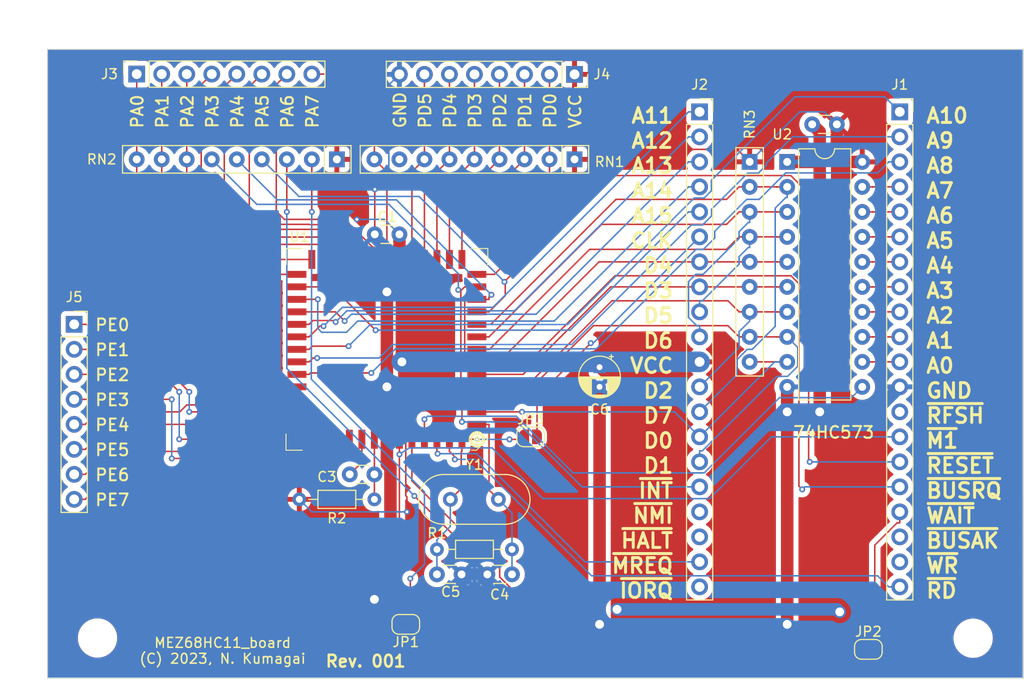
<source format=kicad_pcb>
(kicad_pcb (version 20221018) (generator pcbnew)
  (layers (0 "F.Cu" signal) (31 "B.Cu" signal) (34 "B.Paste" user) (35 "F.Paste" user) (36 "B.SilkS" user "B.Silkscreen") (37 "F.SilkS" user "F.Silkscreen") (38 "B.Mask" user) (39 "F.Mask" user) (44 "Edge.Cuts" user))
  (net 0 "")
  (net 1 "VCC")
  (net 2 "Net-(J5-Pin_1)")
  (net 3 "/A14")
  (net 4 "GND")
  (net 5 "/A15")
  (net 6 "/~{IORQ}")
  (net 7 "/~{MREQ}")
  (net 8 "/CLK")
  (net 9 "/~{RD}")
  (net 10 "/~{BUSRQ}")
  (net 11 "/~{RESET}")
  (net 12 "Net-(J4-Pin_2)")
  (net 13 "/D0")
  (net 14 "/D1")
  (net 15 "/D2")
  (net 16 "/D3")
  (net 17 "/A8")
  (net 18 "/A9")
  (net 19 "/A10")
  (net 20 "/A11")
  (net 21 "/D4")
  (net 22 "/D5")
  (net 23 "/D6")
  (net 24 "/D7")
  (net 25 "/A12")
  (net 26 "/A13")
  (net 27 "/~{WAIT}")
  (net 28 "/~{RFSH}")
  (net 29 "/A0")
  (net 30 "/A1")
  (net 31 "/A2")
  (net 32 "/A3")
  (net 33 "/A4")
  (net 34 "/A5")
  (net 35 "/A6")
  (net 36 "/A7")
  (net 37 "/~{M1}")
  (net 38 "/~{BUSAK}")
  (net 39 "/~{WR}")
  (net 40 "/~{HALT}")
  (net 41 "/~{INT}")
  (net 42 "/~{NMI}")
  (net 43 "Net-(U1-XTAL)")
  (net 44 "Net-(JP3-A)")
  (net 45 "Net-(U1-VRH)")
  (net 46 "Net-(J4-Pin_3)")
  (net 47 "Net-(J4-Pin_4)")
  (net 48 "Net-(J4-Pin_5)")
  (net 49 "Net-(J4-Pin_6)")
  (net 50 "Net-(J4-Pin_7)")
  (net 52 "/PA7")
  (net 53 "Net-(JP1-A)")
  (net 54 "Net-(JP2-A)")
  (net 55 "/PA0")
  (net 56 "/PA1")
  (net 57 "/PA2")
  (net 58 "Net-(U1-AS)")
  (net 59 "Net-(J3-Pin_7)")
  (net 60 "Net-(J3-Pin_6)")
  (net 61 "Net-(J3-Pin_5)")
  (net 62 "Net-(J3-Pin_4)")
  (net 63 "Net-(J5-Pin_5)")
  (net 64 "Net-(J5-Pin_2)")
  (net 65 "Net-(J5-Pin_6)")
  (net 66 "Net-(J5-Pin_3)")
  (net 67 "Net-(J5-Pin_7)")
  (net 68 "Net-(J5-Pin_4)")
  (net 69 "Net-(J5-Pin_8)")
  (net 70 "Net-(U1-VRL)")
  (footprint "Jumper:SolderJumper-2_P1.3mm_Open_RoundedPad1.0x1.5mm" (layer "F.Cu") (at 139.05 127)
    (fp_text reference "JP3")
    (fp_text value "SolderJumper_2_Open")
  )
  (footprint "Resistor_THT:R_Array_SIP9" (layer "F.Cu") (at 143.51 98.806 180)
    (fp_text reference "RN1")
    (fp_text value "10kx8")
  )
  (footprint "Jumper:SolderJumper-2_P1.3mm_Open_RoundedPad1.0x1.5mm" (layer "F.Cu") (at 126.38 146.05 180)
    (fp_text reference "JP1")
    (fp_text value "SolderJumper_2_Open")
  )
  (footprint "Package_LCC:PLCC-52" (layer "F.Cu") (at 124.46 118.11 180)
    (fp_text reference "U1")
    (fp_text value "68HC11_PLCC")
  )
  (footprint "Connector_PinSocket_2.54mm:PinSocket_1x08_P2.54mm_Vertical" (layer "F.Cu") (at 92.71 115.57)
    (fp_text reference "J5")
    (fp_text value "Conn_01x08_Socket")
  )
  (footprint "Connector_PinSocket_2.54mm:PinSocket_1x20_P2.54mm_Vertical" (layer "F.Cu") (at 176.53 93.98)
    (fp_text reference "J1")
    (fp_text value "Conn_01x20_Socket")
  )
  (footprint "Connector_PinSocket_2.54mm:PinSocket_1x08_P2.54mm_Vertical" (layer "F.Cu") (at 99.06 90.145 90)
    (fp_text reference "J3")
    (fp_text value "Conn_01x08_Socket")
  )
  (footprint "Capacitor_THT:C_Disc_D3.0mm_W1.6mm_P2.50mm" (layer "F.Cu") (at 120.69 130.81)
    (fp_text reference "C3")
    (fp_text value "0.1uF")
  )
  (footprint "Resistor_THT:R_Array_SIP9" (layer "F.Cu") (at 119.38 98.806 180)
    (fp_text reference "RN2")
    (fp_text value "10kx8")
  )
  (footprint "Crystal:Crystal_HC49-U_Vertical" (layer "F.Cu") (at 130.9 133.35)
    (fp_text reference "Y1")
    (fp_text value "8MHz")
  )
  (footprint "Jumper:SolderJumper-2_P1.3mm_Open_RoundedPad1.0x1.5mm" (layer "F.Cu") (at 173.34 148.59)
    (fp_text reference "JP2")
    (fp_text value "SolderJumper_2_Open")
  )
  (footprint "MountingHole:MountingHole_3.5mm" (layer "F.Cu") (at 95.08 147.4346)
    (fp_text reference "H2" hide)
    (fp_text value "MountingHole")
  )
  (footprint "Connector_PinSocket_2.54mm:PinSocket_1x20_P2.54mm_Vertical" (layer "F.Cu") (at 156.21 93.98)
    (fp_text reference "J2")
    (fp_text value "Conn_01x20_Socket")
  )
  (footprint "Connector_PinSocket_2.54mm:PinSocket_1x08_P2.54mm_Vertical" (layer "F.Cu") (at 143.51 90.17 -90)
    (fp_text reference "J4")
    (fp_text value "Conn_01x08_Socket")
  )
  (footprint "Capacitor_THT:C_Disc_D3.0mm_W1.6mm_P2.50mm" (layer "F.Cu") (at 137.16 140.97 180)
    (fp_text reference "C4")
    (fp_text value "22pF")
  )
  (footprint "Package_DIP:DIP-20_W7.62mm" (layer "F.Cu") (at 165.1 99.065)
    (fp_text reference "U2")
    (fp_text value "74HC573")
  )
  (footprint "Capacitor_THT:C_Disc_D3.0mm_W1.6mm_P2.50mm" (layer "F.Cu") (at 170.14 95.25 180)
    (fp_text reference "C2" hide)
    (fp_text value "0.1uF")
  )
  (footprint "Capacitor_THT:CP_Radial_D4.0mm_P2.00mm" (layer "F.Cu") (at 146.05 119.92 -90)
    (fp_text reference "C6")
    (fp_text value "10uF")
  )
  (footprint "Resistor_THT:R_Axial_DIN0204_L3.6mm_D1.6mm_P7.62mm_Horizontal" (layer "F.Cu") (at 123.19 133.35 180)
    (fp_text reference "R2")
    (fp_text value "1k")
  )
  (footprint "Resistor_THT:R_Axial_DIN0204_L3.6mm_D1.6mm_P7.62mm_Horizontal" (layer "F.Cu") (at 137.16 138.43 180)
    (fp_text reference "R1")
    (fp_text value "10M")
  )
  (footprint "MountingHole:MountingHole_3.5mm" (layer "F.Cu") (at 183.98 147.46)
    (fp_text reference "H4" hide)
    (fp_text value "MountingHole")
  )
  (footprint "Capacitor_THT:C_Disc_D3.0mm_W1.6mm_P2.50mm" (layer "F.Cu") (at 129.54 140.97)
    (fp_text reference "C5")
    (fp_text value "22pF")
  )
  (footprint "Resistor_THT:R_Array_SIP9" (layer "F.Cu") (at 161.29 99.06 -90)
    (fp_text reference "RN3")
    (fp_text value "10kx8")
  )
  (footprint "Capacitor_THT:C_Disc_D3.0mm_W1.6mm_P2.50mm" (layer "F.Cu") (at 125.73 106.426 180)
    (fp_text reference "C1")
    (fp_text value "0.1uF")
  )
  (gr_circle (center 133.604 127.254) (end 134.112 127) (stroke (width 0.15)) (fill none) (layer "F.SilkS"))
  (gr_circle (center 133.604 127.254) (end 133.858 127.254) (stroke (width 0.15)) (fill none) (layer "F.SilkS"))
  (gr_circle (center 133.604 127.254) (end 134.366 127.254) (stroke (width 0.15)) (fill none) (layer "F.SilkS"))
  (gr_line (start 90 151.511) (end 90 87.63) (stroke (width 0.1)) (layer "Edge.Cuts"))
  (gr_line (start 189.103 87.63) (end 189.103 151.511) (stroke (width 0.1)) (layer "Edge.Cuts"))
  (gr_line (start 189.103 87.63) (end 90 87.63) (stroke (width 0.1)) (layer "Edge.Cuts"))
  (gr_line (start 189.103 151.511) (end 90 151.511) (stroke (width 0.1)) (layer "Edge.Cuts"))
  (gr_text "PA7" (at 117.602 95.758 90) (layer "F.SilkS") (effects (font (size 1.2 1.2) (thickness 0.2) bold) (justify left bottom)))
  (gr_text "D7" (at 153.67 125.73) (layer "F.SilkS") (effects (font (size 1.5 1.5) (thickness 0.3) bold) (justify right bottom)))
  (gr_text "~{BUSRQ}" (at 179.07 133.35) (layer "F.SilkS") (effects (font (size 1.5 1.5) (thickness 0.3) bold) (justify left bottom)))
  (gr_text "A13" (at 153.67 100.33) (layer "F.SilkS") (effects (font (size 1.5 1.5) (thickness 0.3) bold) (justify right bottom)))
  (gr_text "MEZ68HC11_board\n(C) 2023, N. Kumagai" (at 107.78 148.73) (layer "F.SilkS") (effects (font (size 1 1))))
  (gr_text "~{HALT}" (at 153.67 138.43) (layer "F.SilkS") (effects (font (size 1.5 1.5) (thickness 0.3) bold) (justify right bottom)))
  (gr_text "PA5" (at 112.522 95.758 90) (layer "F.SilkS") (effects (font (size 1.2 1.2) (thickness 0.2) bold) (justify left bottom)))
  (gr_text "PE3" (at 94.742 123.952) (layer "F.SilkS") (effects (font (size 1.2 1.2) (thickness 0.2) bold) (justify left bottom)))
  (gr_text "VCC" (at 144.272 95.758 90) (layer "F.SilkS") (effects (font (size 1.2 1.2) (thickness 0.2) bold) (justify left bottom)))
  (gr_text "A4" (at 179.07 110.49) (layer "F.SilkS") (effects (font (size 1.5 1.5) (thickness 0.3) bold) (justify left bottom)))
  (gr_text "~{M1}" (at 179.07 128.27) (layer "F.SilkS") (effects (font (size 1.5 1.5) (thickness 0.3) bold) (justify left bottom)))
  (gr_text "~{INT}" (at 153.67 133.35) (layer "F.SilkS") (effects (font (size 1.5 1.5) (thickness 0.3) bold) (justify right bottom)))
  (gr_text "~{NMI}" (at 153.67 135.89) (layer "F.SilkS") (effects (font (size 1.5 1.5) (thickness 0.3) bold) (justify right bottom)))
  (gr_text "A7" (at 179.07 102.87) (layer "F.SilkS") (effects (font (size 1.5 1.5) (thickness 0.3) bold) (justify left bottom)))
  (gr_text "~{BUSAK}" (at 179.07 138.43) (layer "F.SilkS") (effects (font (size 1.5 1.5) (thickness 0.3) bold) (justify left bottom)))
  (gr_text "PE6" (at 94.742 131.572) (layer "F.SilkS") (effects (font (size 1.2 1.2) (thickness 0.2) bold) (justify left bottom)))
  (gr_text "PA1" (at 102.362 95.758 90) (layer "F.SilkS") (effects (font (size 1.2 1.2) (thickness 0.2) bold) (justify left bottom)))
  (gr_text "VCC" (at 153.67 120.65) (layer "F.SilkS") (effects (font (size 1.5 1.5) (thickness 0.3) bold) (justify right bottom)))
  (gr_text "PA6" (at 115.062 95.758 90) (layer "F.SilkS") (effects (font (size 1.2 1.2) (thickness 0.2) bold) (justify left bottom)))
  (gr_text "D0" (at 153.67 128.27) (layer "F.SilkS") (effects (font (size 1.5 1.5) (thickness 0.3) bold) (justify right bottom)))
  (gr_text "~{WAIT}" (at 179.07 135.89) (layer "F.SilkS") (effects (font (size 1.5 1.5) (thickness 0.3) bold) (justify left bottom)))
  (gr_text "A0" (at 179.07 120.65) (layer "F.SilkS") (effects (font (size 1.5 1.5) (thickness 0.3) bold) (justify left bottom)))
  (gr_text "Rev. 001" (at 118.11 150.495) (layer "F.SilkS") (effects (font (size 1.2 1.2) (thickness 0.25) bold) (justify left bottom)))
  (gr_text "PD1" (at 139.192 95.758 90) (layer "F.SilkS") (effects (font (size 1.2 1.2) (thickness 0.2) bold) (justify left bottom)))
  (gr_text "PA4" (at 109.982 95.758 90) (layer "F.SilkS") (effects (font (size 1.2 1.2) (thickness 0.2) bold) (justify left bottom)))
  (gr_text "74HC573" (at 165.608 127.254) (layer "F.SilkS") (effects (font (size 1.2 1.2) (thickness 0.2) bold) (justify left bottom)))
  (gr_text "PA3" (at 107.442 95.758 90) (layer "F.SilkS") (effects (font (size 1.2 1.2) (thickness 0.2) bold) (justify left bottom)))
  (gr_text "~{RFSH}" (at 179.07 125.73) (layer "F.SilkS") (effects (font (size 1.5 1.5) (thickness 0.3) bold) (justify left bottom)))
  (gr_text "D5" (at 153.67 115.57) (layer "F.SilkS") (effects (font (size 1.5 1.5) (thickness 0.3) bold) (justify right bottom)))
  (gr_text "A12" (at 153.67 97.79) (layer "F.SilkS") (effects (font (size 1.5 1.5) (thickness 0.3) bold) (justify right bottom)))
  (gr_text "PE2" (at 94.742 121.412) (layer "F.SilkS") (effects (font (size 1.2 1.2) (thickness 0.2) bold) (justify left bottom)))
  (gr_text "A8" (at 179.07 100.33) (layer "F.SilkS") (effects (font (size 1.5 1.5) (thickness 0.3) bold) (justify left bottom)))
  (gr_text "~{WR}" (at 179.07 140.97) (layer "F.SilkS") (effects (font (size 1.5 1.5) (thickness 0.3) bold) (justify left bottom)))
  (gr_text "D2" (at 153.67 123.19) (layer "F.SilkS") (effects (font (size 1.5 1.5) (thickness 0.3) bold) (justify right bottom)))
  (gr_text "A14" (at 153.67 102.87) (layer "F.SilkS") (effects (font (size 1.5 1.5) (thickness 0.3) bold) (justify right bottom)))
  (gr_text "A6" (at 179.07 105.41) (layer "F.SilkS") (effects (font (size 1.5 1.5) (thickness 0.3) bold) (justify left bottom)))
  (gr_text "A2" (at 179.07 115.57) (layer "F.SilkS") (effects (font (size 1.5 1.5) (thickness 0.3) bold) (justify left bottom)))
  (gr_text "A9" (at 179.07 97.79) (layer "F.SilkS") (effects (font (size 1.5 1.5) (thickness 0.3) bold) (justify left bottom)))
  (gr_text "PD2" (at 136.652 95.758 90) (layer "F.SilkS") (effects (font (size 1.2 1.2) (thickness 0.2) bold) (justify left bottom)))
  (gr_text "PD3" (at 134.112 95.758 90) (layer "F.SilkS") (effects (font (size 1.2 1.2) (thickness 0.2) bold) (justify left bottom)))
  (gr_text "~{MREQ}" (at 153.67 140.97) (layer "F.SilkS") (effects (font (size 1.5 1.5) (thickness 0.3) bold) (justify right bottom)))
  (gr_text "A10" (at 179.07 95.25) (layer "F.SilkS") (effects (font (size 1.5 1.5) (thickness 0.3) bold) (justify left bottom)))
  (gr_text "PD4" (at 131.572 95.758 90) (layer "F.SilkS") (effects (font (size 1.2 1.2) (thickness 0.2) bold) (justify left bottom)))
  (gr_text "GND" (at 179.07 123.19) (layer "F.SilkS") (effects (font (size 1.5 1.5) (thickness 0.3) bold) (justify left bottom)))
  (gr_text "D1" (at 153.67 130.81) (layer "F.SilkS") (effects (font (size 1.5 1.5) (thickness 0.3) bold) (justify right bottom)))
  (gr_text "~{RD}" (at 179.07 143.51) (layer "F.SilkS") (effects (font (size 1.5 1.5) (thickness 0.3) bold) (justify left bottom)))
  (gr_text "PD0" (at 141.732 95.758 90) (layer "F.SilkS") (effects (font (size 1.2 1.2) (thickness 0.2) bold) (justify left bottom)))
  (gr_text "A11" (at 153.67 95.25) (layer "F.SilkS") (effects (font (size 1.5 1.5) (thickness 0.3) bold) (justify right bottom)))
  (gr_text "D6" (at 153.67 118.11) (layer "F.SilkS") (effects (font (size 1.5 1.5) (thickness 0.3) bold) (justify right bottom)))
  (gr_text "PE5" (at 94.742 129.032) (layer "F.SilkS") (effects (font (size 1.2 1.2) (thickness 0.2) bold) (justify left bottom)))
  (gr_text "~{RESET}" (at 179.07 130.81) (layer "F.SilkS") (effects (font (size 1.5 1.5) (thickness 0.3) bold) (justify left bottom)))
  (gr_text "PD5" (at 129.032 95.758 90) (layer "F.SilkS") (effects (font (size 1.2 1.2) (thickness 0.2) bold) (justify left bottom)))
  (gr_text "PE1" (at 94.742 118.872) (layer "F.SilkS") (effects (font (size 1.2 1.2) (thickness 0.2) bold) (justify left bottom)))
  (gr_text "PE4" (at 94.742 126.492) (layer "F.SilkS") (effects (font (size 1.2 1.2) (thickness 0.2) bold) (justify left bottom)))
  (gr_text "A5" (at 179.07 107.95) (layer "F.SilkS") (effects (font (size 1.5 1.5) (thickness 0.3) bold) (justify left bottom)))
  (gr_text "CLK" (at 153.67 107.95) (layer "F.SilkS") (effects (font (size 1.5 1.5) (thickness 0.3) bold) (justify right bottom)))
  (gr_text "PA2" (at 104.902 95.758 90) (layer "F.SilkS") (effects (font (size 1.2 1.2) (thickness 0.2) bold) (justify left bottom)))
  (gr_text "GND" (at 126.492 95.758 90) (layer "F.SilkS") (effects (font (size 1.2 1.2) (thickness 0.2) bold) (justify left bottom)))
  (gr_text "PE0" (at 94.742 116.332) (layer "F.SilkS") (effects (font (size 1.2 1.2) (thickness 0.2) bold) (justify left bottom)))
  (gr_text "~{IORQ}" (at 153.67 143.51) (layer "F.SilkS") (effects (font (size 1.5 1.5) (thickness 0.3) bold) (justify right bottom)))
  (gr_text "A1" (at 179.07 118.11) (layer "F.SilkS") (effects (font (size 1.5 1.5) (thickness 0.3) bold) (justify left bottom)))
  (gr_text "A3" (at 179.07 113.03) (layer "F.SilkS") (effects (font (size 1.5 1.5) (thickness 0.3) bold) (justify left bottom)))
  (gr_text "D3" (at 153.67 113.03) (layer "F.SilkS") (effects (font (size 1.5 1.5) (thickness 0.3) bold) (justify right bottom)))
  (gr_text "A15" (at 153.67 105.41) (layer "F.SilkS") (effects (font (size 1.5 1.5) (thickness 0.3) bold) (justify right bottom)))
  (gr_text "PA0" (at 99.822 95.758 90) (layer "F.SilkS") (effects (font (size 1.2 1.2) (thickness 0.2) bold) (justify left bottom)))
  (gr_text "D4" (at 153.67 110.49) (layer "F.SilkS") (effects (font (size 1.5 1.5) (thickness 0.3) bold) (justify right bottom)))
  (gr_text "PE7" (at 94.742 134.112) (layer "F.SilkS") (effects (font (size 1.2 1.2) (thickness 0.2) bold) (justify left bottom)))
  (segment (start 170.439 99.065) (end 170.434 99.06) (width 1.27) (layer "F.Cu") (net 1))
  (segment (start 126.492 134.62) (end 126.492 133.096) (width 0.1524) (layer "F.Cu") (net 1))
  (segment (start 126.492 133.096) (end 126.379 132.983) (width 0.1524) (layer "F.Cu") (net 1))
  (segment (start 126.379 132.983) (end 126.379 119.775) (width 0.1524) (layer "F.Cu") (net 1))
  (segment (start 146.05 119.92) (end 146.122 119.92) (width 1.27) (layer "F.Cu") (net 1))
  (segment (start 143.51 90.17) (end 143.51 93.98) (width 0.1524) (layer "F.Cu") (net 1))
  (segment (start 152.908 98.806) (end 153.924 97.79) (width 0.1524) (layer "F.Cu") (net 1))
  (segment (start 170.434 99.06) (end 170.14 98.766) (width 1.27) (layer "F.Cu") (net 1))
  (segment (start 170.14 98.766) (end 170.14 95.25) (width 1.27) (layer "F.Cu") (net 1))
  (segment (start 143.51 98.806) (end 152.908 98.806) (width 0.1524) (layer "F.Cu") (net 1))
  (segment (start 143.51 90.17) (end 143.51 98.806) (width 0.1524) (layer "F.Cu") (net 1))
  (segment (start 160.02 97.79) (end 161.29 99.06) (width 0.1524) (layer "F.Cu") (net 1))
  (segment (start 121.412 104.902) (end 119.38 102.87) (width 0.1524) (layer "F.Cu") (net 1))
  (segment (start 147.828 121.626) (end 147.828 144.526) (width 1.27) (layer "F.Cu") (net 1))
  (segment (start 170.434 144.78) (end 170.434 99.06) (width 1.27) (layer "F.Cu") (net 1))
  (segment (start 126.379 119.775) (end 125.984 119.38) (width 0.1524) (layer "F.Cu") (net 1))
  (segment (start 153.924 97.79) (end 160.02 97.79) (width 0.1524) (layer "F.Cu") (net 1))
  (segment (start 170.439 99.065) (end 172.72 99.065) (width 1.27) (layer "F.Cu") (net 1))
  (segment (start 125.73 108.9775) (end 125.73 110.744) (width 1.27) (layer "F.Cu") (net 1))
  (segment (start 125.73 106.426) (end 125.73 108.9775) (width 1.27) (layer "F.Cu") (net 1))
  (segment (start 119.38 102.87) (end 119.38 98.806) (width 0.1524) (layer "F.Cu") (net 1))
  (segment (start 125.73 110.744) (end 125.984 110.998) (width 1.27) (layer "F.Cu") (net 1))
  (segment (start 146.122 119.92) (end 147.828 121.626) (width 1.27) (layer "F.Cu") (net 1))
  (segment (start 170.434 99.06) (end 170.439 99.065) (width 1.27) (layer "F.Cu") (net 1))
  (segment (start 125.984 110.998) (end 125.984 119.38) (width 1.27) (layer "F.Cu") (net 1))
  (via (at 125.984 119.38) (size 1.27) (drill 0.9) (layers "F.Cu" "B.Cu") (net 1))
  (via (at 121.412 104.902) (size 0.6) (drill 0.3) (layers "F.Cu" "B.Cu") (net 1))
  (via (at 126.492 134.62) (size 0.6) (drill 0.3) (layers "F.Cu" "B.Cu") (net 1))
  (via (at 147.828 144.526) (size 1.27) (drill 0.9) (layers "F.Cu" "B.Cu") (net 1))
  (via (at 170.434 144.78) (size 1.27) (drill 0.9) (layers "F.Cu" "B.Cu") (net 1))
  (segment (start 116.84 134.62) (end 115.57 133.35) (width 0.1524) (layer "B.Cu") (net 1))
  (segment (start 161.29 99.06) (end 166.37 93.98) (width 0.1524) (layer "B.Cu") (net 1))
  (segment (start 124.206 104.902) (end 125.73 106.426) (width 0.1524) (layer "B.Cu") (net 1))
  (segment (start 121.412 104.902) (end 124.206 104.902) (width 0.1524) (layer "B.Cu") (net 1))
  (segment (start 166.37 93.98) (end 168.87 93.98) (width 0.1524) (layer "B.Cu") (net 1))
  (segment (start 147.828 144.526) (end 170.18 144.526) (width 1.27) (layer "B.Cu") (net 1))
  (segment (start 156.21 119.38) (end 125.984 119.38) (width 2.1) (layer "B.Cu") (net 1))
  (segment (start 126.492 134.62) (end 116.84 134.62) (width 0.1524) (layer "B.Cu") (net 1))
  (segment (start 170.18 144.526) (end 170.434 144.78) (width 1.27) (layer "B.Cu") (net 1))
  (segment (start 168.87 93.98) (end 170.14 95.25) (width 0.1524) (layer "B.Cu") (net 1))
  (segment (start 105.156 121.92) (end 115.3275 121.92) (width 0.1524) (layer "F.Cu") (net 2))
  (segment (start 98.806 115.57) (end 105.156 121.92) (width 0.1524) (layer "F.Cu") (net 2))
  (segment (start 92.71 115.57) (end 98.806 115.57) (width 0.1524) (layer "F.Cu") (net 2))
  (segment (start 116.563 113.03) (end 115.328 113.03) (width 0.1524) (layer "F.Cu") (net 3))
  (segment (start 117.442 113.026) (end 116.567 113.026) (width 0.1524) (layer "F.Cu") (net 3))
  (segment (start 115.328 113.03) (end 115.3275 113.03) (width 0.1524) (layer "F.Cu") (net 3))
  (segment (start 116.567 113.026) (end 116.563 113.03) (width 0.1524) (layer "F.Cu") (net 3))
  (via (at 117.442 113.026) (size 0.6) (drill 0.3) (layers "F.Cu" "B.Cu") (net 3))
  (segment (start 156.21 101.6) (end 155.087 101.6) (width 0.1524) (layer "B.Cu") (net 3))
  (segment (start 141.45 115.236) (end 121.492 115.236) (width 0.1524) (layer "B.Cu") (net 3))
  (segment (start 117.84 116.375) (end 117.442 115.978) (width 0.1524) (layer "B.Cu") (net 3))
  (segment (start 121.492 115.236) (end 120.353 116.375) (width 0.1524) (layer "B.Cu") (net 3))
  (segment (start 155.087 101.6) (end 141.45 115.236) (width 0.1524) (layer "B.Cu") (net 3))
  (segment (start 120.353 116.375) (end 117.84 116.375) (width 0.1524) (layer "B.Cu") (net 3))
  (segment (start 117.442 115.978) (end 117.442 113.026) (width 0.1524) (layer "B.Cu") (net 3))
  (segment (start 124.82 130.135) (end 124.82 136.546) (width 1.27) (layer "F.Cu") (net 4))
  (segment (start 124.82 136.546) (end 123.19 138.176) (width 1.27) (layer "F.Cu") (net 4))
  (segment (start 124.46 121.92) (end 124.46 127.2425) (width 1.27) (layer "F.Cu") (net 4))
  (segment (start 124.46 127.2425) (end 124.46 129.775) (width 1.27) (layer "F.Cu") (net 4))
  (segment (start 146.05 121.92) (end 146.05 146.05) (width 1.27) (layer "F.Cu") (net 4))
  (segment (start 165.1 121.925) (end 165.1 124.46) (width 1.27) (layer "F.Cu") (net 4))
  (segment (start 168.402 124.46) (end 168.402 99.06) (width 1.27) (layer "F.Cu") (net 4))
  (segment (start 168.397 99.065) (end 165.1 99.065) (width 1.27) (layer "F.Cu") (net 4))
  (segment (start 168.402 99.06) (end 168.402 96.012) (width 1.27) (layer "F.Cu") (net 4))
  (segment (start 123.19 138.176) (end 123.19 143.51) (width 1.27) (layer "F.Cu") (net 4))
  (segment (start 168.402 99.06) (end 168.397 99.065) (width 1.27) (layer "F.Cu") (net 4))
  (segment (start 124.46 121.92) (end 124.46 112.268) (width 1.27) (layer "F.Cu") (net 4))
  (segment (start 123.23 101.854) (end 123.23 106.426) (width 0.1524) (layer "F.Cu") (net 4))
  (segment (start 124.46 129.775) (end 124.82 130.135) (width 1.27) (layer "F.Cu") (net 4))
  (segment (start 168.402 96.012) (end 167.64 95.25) (width 1.27) (layer "F.Cu") (net 4))
  (segment (start 165.1 124.46) (end 165.1 146.05) (width 1.27) (layer "F.Cu") (net 4))
  (via (at 168.402 124.46) (size 1.27) (drill 0.9) (layers "F.Cu" "B.Cu") (net 4))
  (via (at 123.19 143.51) (size 1.27) (drill 0.9) (layers "F.Cu" "B.Cu") (net 4))
  (via (at 124.46 112.268) (size 1.27) (drill 0.9) (layers "F.Cu" "B.Cu") (net 4))
  (via (at 123.23 101.854) (size 0.6) (drill 0.3) (layers "F.Cu" "B.Cu") (net 4))
  (via (at 146.05 146.05) (size 1.27) (drill 0.9) (layers "F.Cu" "B.Cu") (net 4))
  (via (at 165.1 146.05) (size 1.27) (drill 0.9) (layers "F.Cu" "B.Cu") (net 4))
  (via (at 124.46 121.92) (size 1.27) (drill 0.9) (layers "F.Cu" "B.Cu") (net 4))
  (via (at 165.1 124.46) (size 1.27) (drill 0.9) (layers "F.Cu" "B.Cu") (net 4))
  (segment (start 168.402 124.46) (end 165.1 124.46) (width 1.27) (layer "B.Cu") (net 4))
  (segment (start 124.659 100.425) (end 123.23 101.854) (width 0.1524) (layer "B.Cu") (net 4))
  (segment (start 123.23 143.47) (end 123.19 143.51) (width 1.27) (layer "B.Cu") (net 4))
  (segment (start 176.53 121.92) (end 173.99 124.46) (width 1.27) (layer "B.Cu") (net 4))
  (segment (start 124.659 91.2412) (end 124.659 100.425) (width 0.1524) (layer "B.Cu") (net 4))
  (segment (start 134.66 146.01) (end 134.66 140.97) (width 1.27) (layer "B.Cu") (net 4))
  (segment (start 134.66 140.97) (end 132.04 140.97) (width 1.27) (layer "B.Cu") (net 4))
  (segment (start 134.62 146.05) (end 134.66 146.01) (width 1.27) (layer "B.Cu") (net 4))
  (segment (start 132.04 143.47) (end 123.23 143.47) (width 1.27) (layer "B.Cu") (net 4))
  (segment (start 165.1 146.05) (end 146.05 146.05) (width 1.27) (layer "B.Cu") (net 4))
  (segment (start 125.73 90.17) (end 124.659 91.2412) (width 0.1524) (layer "B.Cu") (net 4))
  (segment (start 132.04 140.97) (end 132.04 143.47) (width 1.27) (layer "B.Cu") (net 4))
  (segment (start 173.99 124.46) (end 168.402 124.46) (width 1.27) (layer "B.Cu") (net 4))
  (segment (start 123.19 106.68) (end 123.23 106.64) (width 1.27) (layer "B.Cu") (net 4))
  (segment (start 123.23 106.64) (end 123.23 106.426) (width 1.27) (layer "B.Cu") (net 4))
  (segment (start 146.05 146.05) (end 134.62 146.05) (width 1.27) (layer "B.Cu") (net 4))
  (segment (start 124.46 107.95) (end 123.19 106.68) (width 1.27) (layer "B.Cu") (net 4))
  (segment (start 124.46 112.268) (end 124.46 107.95) (width 1.27) (layer "B.Cu") (net 4))
  (segment (start 146.05 121.92) (end 124.46 121.92) (width 1.27) (layer "B.Cu") (net 4))
  (segment (start 115.328 111.76) (end 115.3275 111.76) (width 0.1524) (layer "F.Cu") (net 5))
  (segment (start 115.328 111.76) (end 118.911 111.76) (width 0.1524) (layer "F.Cu") (net 5))
  (segment (start 118.911 111.76) (end 123.311 116.16) (width 0.1524) (layer "F.Cu") (net 5))
  (via (at 123.311 116.16) (size 0.6) (drill 0.3) (layers "F.Cu" "B.Cu") (net 5))
  (segment (start 143.066 116.16) (end 123.311 116.16) (width 0.1524) (layer "B.Cu") (net 5))
  (segment (start 156.21 104.14) (end 155.087 104.14) (width 0.1524) (layer "B.Cu") (net 5))
  (segment (start 155.087 104.14) (end 143.066 116.16) (width 0.1524) (layer "B.Cu") (net 5))
  (segment (start 129.54 127.2425) (end 129.54 128.641) (width 0.1524) (layer "F.Cu") (net 7))
  (segment (start 129.54 128.641) (end 129.61 128.711) (width 0.1524) (layer "F.Cu") (net 7))
  (via (at 129.61 128.711) (size 0.6) (drill 0.3) (layers "F.Cu" "B.Cu") (net 7))
  (segment (start 129.61 128.711) (end 133.57 128.711) (width 0.1524) (layer "B.Cu") (net 7))
  (segment (start 144.558 139.7) (end 156.21 139.7) (width 0.1524) (layer "B.Cu") (net 7))
  (segment (start 133.57 128.711) (end 144.558 139.7) (width 0.1524) (layer "B.Cu") (net 7))
  (segment (start 139.7 127) (end 139.7 122.933) (width 0.1524) (layer "F.Cu") (net 8))
  (segment (start 139.7 122.933) (end 139.826 122.808) (width 0.1524) (layer "F.Cu") (net 8))
  (segment (start 139.826 122.808) (end 145.155 117.479) (width 0.1524) (layer "F.Cu") (net 8))
  (via (at 145.155 117.479) (size 0.6) (drill 0.3) (layers "F.Cu" "B.Cu") (net 8))
  (segment (start 145.411 117.479) (end 145.155 117.479) (width 0.1524) (layer "B.Cu") (net 8))
  (segment (start 156.21 106.68) (end 145.411 117.479) (width 0.1524) (layer "B.Cu") (net 8))
  (segment (start 131.36 129.029) (end 130.81 128.478) (width 0.1524) (layer "F.Cu") (net 9))
  (segment (start 131.36 129.287) (end 131.36 129.029) (width 0.1524) (layer "F.Cu") (net 9))
  (segment (start 130.81 128.478) (end 130.81 127.2425) (width 0.1524) (layer "F.Cu") (net 9))
  (via (at 131.36 129.287) (size 0.6) (drill 0.3) (layers "F.Cu" "B.Cu") (net 9))
  (segment (start 175.407 142.24) (end 174.284 141.117) (width 0.1524) (layer "B.Cu") (net 9))
  (segment (start 176.53 142.24) (end 175.407 142.24) (width 0.1524) (layer "B.Cu") (net 9))
  (segment (start 174.284 141.117) (end 145.236 141.117) (width 0.1524) (layer "B.Cu") (net 9))
  (segment (start 133.406 129.287) (end 131.36 129.287) (width 0.1524) (layer "B.Cu") (net 9))
  (segment (start 145.236 141.117) (end 133.406 129.287) (width 0.1524) (layer "B.Cu") (net 9))
  (segment (start 132.51 120.003) (end 132.357 119.85) (width 0.1524) (layer "F.Cu") (net 10))
  (segment (start 166.293 111.439) (end 165.489 110.635) (width 0.1524) (layer "F.Cu") (net 10))
  (segment (start 133.5925 113.03) (end 134.828 113.03) (width 0.1524) (layer "F.Cu") (net 10))
  (segment (start 134.828 113.03) (end 134.828 112.811) (width 0.1524) (layer "F.Cu") (net 10))
  (segment (start 165.489 110.635) (end 147.614 110.635) (width 0.1524) (layer "F.Cu") (net 10))
  (segment (start 132.357 113.03) (end 133.5925 113.03) (width 0.1524) (layer "F.Cu") (net 10))
  (segment (start 132.357 119.85) (end 132.357 113.03) (width 0.1524) (layer "F.Cu") (net 10))
  (segment (start 147.614 110.635) (end 138.246 120.003) (width 0.1524) (layer "F.Cu") (net 10))
  (segment (start 166.293 132.003) (end 166.293 111.439) (width 0.1524) (layer "F.Cu") (net 10))
  (segment (start 166.624 132.334) (end 166.293 132.003) (width 0.1524) (layer "F.Cu") (net 10))
  (segment (start 134.828 112.811) (end 135.073 112.566) (width 0.1524) (layer "F.Cu") (net 10))
  (segment (start 138.246 120.003) (end 132.51 120.003) (width 0.1524) (layer "F.Cu") (net 10))
  (via (at 135.073 112.566) (size 0.6) (drill 0.3) (layers "F.Cu" "B.Cu") (net 10))
  (via (at 166.624 132.334) (size 0.6) (drill 0.3) (layers "F.Cu" "B.Cu") (net 10))
  (segment (start 166.878 132.08) (end 176.53 132.08) (width 0.1524) (layer "B.Cu") (net 10))
  (segment (start 135.073 112.566) (end 126.188527 103.681473) (width 0.1524) (layer "B.Cu") (net 10))
  (segment (start 125.426527 102.919473) (end 126.188527 103.681473) (width 0.1524) (layer "B.Cu") (net 10))
  (segment (start 166.624 132.334) (end 166.878 132.08) (width 0.1524) (layer "B.Cu") (net 10))
  (segment (start 109.22 98.806) (end 113.333473 102.919473) (width 0.1524) (layer "B.Cu") (net 10))
  (segment (start 113.333473 102.919473) (end 125.426527 102.919473) (width 0.1524) (layer "B.Cu") (net 10))
  (segment (start 165.465 100.452) (end 147.172 100.452) (width 0.1524) (layer "F.Cu") (net 11))
  (segment (start 167.278 102.265) (end 165.465 100.452) (width 0.1524) (layer "F.Cu") (net 11))
  (segment (start 136.476 112.652) (end 134.828 114.3) (width 0.1524) (layer "F.Cu") (net 11))
  (segment (start 134.828 114.3) (end 133.5925 114.3) (width 0.1524) (layer "F.Cu") (net 11))
  (segment (start 167.386 129.54) (end 167.278 129.432) (width 0.1524) (layer "F.Cu") (net 11))
  (segment (start 167.278 129.432) (end 167.278 102.265) (width 0.1524) (layer "F.Cu") (net 11))
  (segment (start 136.476 111.148) (end 136.476 112.652) (width 0.1524) (layer "F.Cu") (net 11))
  (segment (start 147.172 100.452) (end 136.476 111.148) (width 0.1524) (layer "F.Cu") (net 11))
  (via (at 167.386 129.54) (size 0.6) (drill 0.3) (layers "F.Cu" "B.Cu") (net 11))
  (via (at 136.398 111.252) (size 0.6) (drill 0.3) (layers "F.Cu" "B.Cu") (net 11))
  (segment (start 111.76 98.806) (end 115.526073 102.572073) (width 0.1524) (layer "B.Cu") (net 11))
  (segment (start 127.718073 102.572073) (end 136.398 111.252) (width 0.1524) (layer "B.Cu") (net 11))
  (segment (start 167.386 129.54) (end 176.53 129.54) (width 0.1524) (layer "B.Cu") (net 11))
  (segment (start 115.526073 102.572073) (end 127.718073 102.572073) (width 0.1524) (layer "B.Cu") (net 11))
  (segment (start 140.97 90.17) (end 140.97 98.806) (width 0.1524) (layer "F.Cu") (net 12))
  (segment (start 135.382 110.49) (end 133.5925 110.49) (width 0.1524) (layer "F.Cu") (net 12))
  (segment (start 140.97 98.806) (end 140.97 104.902) (width 0.1524) (layer "F.Cu") (net 12))
  (segment (start 140.97 104.902) (end 135.382 110.49) (width 0.1524) (layer "F.Cu") (net 12))
  (segment (start 138.176 124.46) (end 133.5925 124.46) (width 0.1524) (layer "F.Cu") (net 13))
  (segment (start 165.1 119.385) (end 164.027 119.385) (width 0.1524) (layer "F.Cu") (net 13))
  (segment (start 164.027 119.385) (end 164.022 119.38) (width 0.1524) (layer "F.Cu") (net 13))
  (segment (start 164.022 119.38) (end 161.29 119.38) (width 0.1524) (layer "F.Cu") (net 13))
  (via (at 138.176 124.46) (size 0.6) (drill 0.3) (layers "F.Cu" "B.Cu") (net 13))
  (segment (start 153.67 124.46) (end 156.21 127) (width 0.1524) (layer "B.Cu") (net 13))
  (segment (start 146.558 124.46) (end 138.176 124.46) (width 0.1524) (layer "B.Cu") (net 13))
  (segment (start 163.825 119.385) (end 165.1 119.385) (width 0.1524) (layer "B.Cu") (net 13))
  (segment (start 156.21 127) (end 163.825 119.385) (width 0.1524) (layer "B.Cu") (net 13))
  (segment (start 146.558 124.46) (end 153.67 124.46) (width 0.1524) (layer "B.Cu") (net 13))
  (segment (start 160.217 116.84) (end 159.082 115.705) (width 0.1524) (layer "F.Cu") (net 14))
  (segment (start 164.027 116.845) (end 164.022 116.84) (width 0.1524) (layer "F.Cu") (net 14))
  (segment (start 145.431 115.705) (end 137.946 123.19) (width 0.1524) (layer "F.Cu") (net 14))
  (segment (start 159.082 115.705) (end 145.431 115.705) (width 0.1524) (layer "F.Cu") (net 14))
  (segment (start 164.022 116.84) (end 161.29 116.84) (width 0.1524) (layer "F.Cu") (net 14))
  (segment (start 137.946 123.19) (end 133.5925 123.19) (width 0.1524) (layer "F.Cu") (net 14))
  (segment (start 165.1 116.845) (end 164.027 116.845) (width 0.1524) (layer "F.Cu") (net 14))
  (segment (start 161.29 116.84) (end 160.217 116.84) (width 0.1524) (layer "F.Cu") (net 14))
  (segment (start 164.051 120.854) (end 165.146 120.854) (width 0.1524) (layer "B.Cu") (net 14))
  (segment (start 156.21 129.54) (end 156.21 128.417) (width 0.1524) (layer "B.Cu") (net 14))
  (segment (start 166.171 117.916) (end 165.1 116.845) (width 0.1524) (layer "B.Cu") (net 14))
  (segment (start 166.171 119.829) (end 166.171 117.916) (width 0.1524) (layer "B.Cu") (net 14))
  (segment (start 156.21 128.417) (end 156.489 128.417) (width 0.1524) (layer "B.Cu") (net 14))
  (segment (start 156.489 128.417) (end 164.051 120.854) (width 0.1524) (layer "B.Cu") (net 14))
  (segment (start 165.146 120.854) (end 166.171 119.829) (width 0.1524) (layer "B.Cu") (net 14))
  (segment (start 164.022 114.3) (end 161.29 114.3) (width 0.1524) (layer "F.Cu") (net 15))
  (segment (start 161.29 114.3) (end 160.217 114.3) (width 0.1524) (layer "F.Cu") (net 15))
  (segment (start 165.1 114.305) (end 164.027 114.305) (width 0.1524) (layer "F.Cu") (net 15))
  (segment (start 147.313 113.175) (end 138.568 121.92) (width 0.1524) (layer "F.Cu") (net 15))
  (segment (start 160.217 114.3) (end 159.092 113.175) (width 0.1524) (layer "F.Cu") (net 15))
  (segment (start 159.092 113.175) (end 147.313 113.175) (width 0.1524) (layer "F.Cu") (net 15))
  (segment (start 164.027 114.305) (end 164.022 114.3) (width 0.1524) (layer "F.Cu") (net 15))
  (segment (start 138.568 121.92) (end 133.5925 121.92) (width 0.1524) (layer "F.Cu") (net 15))
  (segment (start 160.217 117.913) (end 160.217 116.312) (width 0.1524) (layer "B.Cu") (net 15))
  (segment (start 160.217 116.312) (end 161.29 115.239) (width 0.1524) (layer "B.Cu") (net 15))
  (segment (start 161.29 115.239) (end 161.29 114.3) (width 0.1524) (layer "B.Cu") (net 15))
  (segment (start 156.21 121.92) (end 160.217 117.913) (width 0.1524) (layer "B.Cu") (net 15))
  (segment (start 133.5925 120.65) (end 138.294 120.65) (width 0.1524) (layer "F.Cu") (net 16))
  (segment (start 156.21 111.76) (end 161.29 111.76) (width 0.1524) (layer "F.Cu") (net 16))
  (segment (start 161.29 111.76) (end 164.022 111.76) (width 0.1524) (layer "F.Cu") (net 16))
  (segment (start 138.294 120.65) (end 147.184 111.76) (width 0.1524) (layer "F.Cu") (net 16))
  (segment (start 147.184 111.76) (end 156.21 111.76) (width 0.1524) (layer "F.Cu") (net 16))
  (segment (start 164.027 111.765) (end 165.1 111.765) (width 0.1524) (layer "F.Cu") (net 16))
  (segment (start 164.022 111.76) (end 164.027 111.765) (width 0.1524) (layer "F.Cu") (net 16))
  (segment (start 116.703 120.51) (end 122.876 120.51) (width 0.1524) (layer "F.Cu") (net 17))
  (segment (start 115.328 120.65) (end 116.563 120.65) (width 0.1524) (layer "F.Cu") (net 17))
  (segment (start 116.563 120.65) (end 116.703 120.51) (width 0.1524) (layer "F.Cu") (net 17))
  (segment (start 115.328 120.65) (end 115.3275 120.65) (width 0.1524) (layer "F.Cu") (net 17))
  (via (at 122.876 120.51) (size 0.6) (drill 0.3) (layers "F.Cu" "B.Cu") (net 17))
  (segment (start 164.945 100.183) (end 162.258 102.87) (width 0.1524) (layer "B.Cu") (net 17))
  (segment (start 162.258 102.87) (end 160.988 102.87) (width 0.1524) (layer "B.Cu") (net 17))
  (segment (start 176.53 99.06) (end 175.407 99.06) (width 0.1524) (layer "B.Cu") (net 17))
  (segment (start 125.33 118.057) (end 122.876 120.51) (width 0.1524) (layer "B.Cu") (net 17))
  (segment (start 160.988 102.87) (end 157.742 106.116) (width 0.1524) (layer "B.Cu") (net 17))
  (segment (start 175.407 99.06) (end 174.284 100.183) (width 0.1524) (layer "B.Cu") (net 17))
  (segment (start 157.742 106.116) (end 157.742 106.804) (width 0.1524) (layer "B.Cu") (net 17))
  (segment (start 156.596 107.95) (end 155.844 107.95) (width 0.1524) (layer "B.Cu") (net 17))
  (segment (start 157.742 106.804) (end 156.596 107.95) (width 0.1524) (layer "B.Cu") (net 17))
  (segment (start 174.284 100.183) (end 164.945 100.183) (width 0.1524) (layer "B.Cu") (net 17))
  (segment (start 145.737 118.057) (end 125.33 118.057) (width 0.1524) (layer "B.Cu") (net 17))
  (segment (start 155.844 107.95) (end 145.737 118.057) (width 0.1524) (layer "B.Cu") (net 17))
  (segment (start 116.563 119.38) (end 116.954 118.99) (width 0.1524) (layer "F.Cu") (net 18))
  (segment (start 116.954 118.99) (end 117.381 118.99) (width 0.1524) (layer "F.Cu") (net 18))
  (segment (start 115.328 119.38) (end 116.563 119.38) (width 0.1524) (layer "F.Cu") (net 18))
  (segment (start 115.328 119.38) (end 115.3275 119.38) (width 0.1524) (layer "F.Cu") (net 18))
  (via (at 117.381 118.99) (size 0.6) (drill 0.3) (layers "F.Cu" "B.Cu") (net 18))
  (segment (start 157.421 103.874) (end 157.421 104.554) (width 0.1524) (layer "B.Cu") (net 18))
  (segment (start 161.088 100.207) (end 157.421 103.874) (width 0.1524) (layer "B.Cu") (net 18))
  (segment (start 165.644 96.52) (end 162.997 99.1669) (width 0.1524) (layer "B.Cu") (net 18))
  (segment (start 176.53 96.52) (end 165.644 96.52) (width 0.1524) (layer "B.Cu") (net 18))
  (segment (start 123.669 118.99) (end 117.381 118.99) (width 0.1524) (layer "B.Cu") (net 18))
  (segment (start 155.371 105.473) (end 143.229 117.615) (width 0.1524) (layer "B.Cu") (net 18))
  (segment (start 157.421 104.554) (end 156.501 105.473) (width 0.1524) (layer "B.Cu") (net 18))
  (segment (start 162.174 100.207) (end 161.088 100.207) (width 0.1524) (layer "B.Cu") (net 18))
  (segment (start 162.997 99.3848) (end 162.174 100.207) (width 0.1524) (layer "B.Cu") (net 18))
  (segment (start 143.229 117.615) (end 125.044 117.615) (width 0.1524) (layer "B.Cu") (net 18))
  (segment (start 125.044 117.615) (end 123.669 118.99) (width 0.1524) (layer "B.Cu") (net 18))
  (segment (start 156.501 105.473) (end 155.371 105.473) (width 0.1524) (layer "B.Cu") (net 18))
  (segment (start 162.997 99.1669) (end 162.997 99.3848) (width 0.1524) (layer "B.Cu") (net 18))
  (segment (start 115.328 118.11) (end 115.3275 118.11) (width 0.1524) (layer "F.Cu") (net 19))
  (segment (start 116.563 118.11) (end 116.887 117.786) (width 0.1524) (layer "F.Cu") (net 19))
  (segment (start 115.328 118.11) (end 116.563 118.11) (width 0.1524) (layer "F.Cu") (net 19))
  (segment (start 116.887 117.786) (end 120.567 117.786) (width 0.1524) (layer "F.Cu") (net 19))
  (via (at 120.567 117.786) (size 0.6) (drill 0.3) (layers "F.Cu" "B.Cu") (net 19))
  (segment (start 157.404 100.93) (end 157.404 102.001) (width 0.1524) (layer "B.Cu") (net 19))
  (segment (start 175.006 92.456) (end 165.878 92.456) (width 0.1524) (layer "B.Cu") (net 19))
  (segment (start 142.796 115.587) (end 122.766 115.587) (width 0.1524) (layer "B.Cu") (net 19))
  (segment (start 156.672 102.732) (end 155.651 102.732) (width 0.1524) (layer "B.Cu") (net 19))
  (segment (start 122.766 115.587) (end 120.567 117.786) (width 0.1524) (layer "B.Cu") (net 19))
  (segment (start 157.404 102.001) (end 156.672 102.732) (width 0.1524) (layer "B.Cu") (net 19))
  (segment (start 176.53 93.98) (end 175.006 92.456) (width 0.1524) (layer "B.Cu") (net 19))
  (segment (start 165.878 92.456) (end 157.404 100.93) (width 0.1524) (layer "B.Cu") (net 19))
  (segment (start 155.651 102.732) (end 142.796 115.587) (width 0.1524) (layer "B.Cu") (net 19))
  (segment (start 116.563 116.84) (end 117.65 115.753) (width 0.1524) (layer "F.Cu") (net 20))
  (segment (start 115.328 116.84) (end 116.563 116.84) (width 0.1524) (layer "F.Cu") (net 20))
  (segment (start 117.65 115.753) (end 118.028 115.753) (width 0.1524) (layer "F.Cu") (net 20))
  (segment (start 115.328 116.84) (end 115.3275 116.84) (width 0.1524) (layer "F.Cu") (net 20))
  (via (at 118.028 115.753) (size 0.6) (drill 0.3) (layers "F.Cu" "B.Cu") (net 20))
  (segment (start 118.028 115.751) (end 118.028 115.753) (width 0.1524) (layer "B.Cu") (net 20))
  (segment (start 119.938 113.841) (end 118.028 115.751) (width 0.1524) (layer "B.Cu") (net 20))
  (segment (start 155.087 93.98) (end 135.226 113.841) (width 0.1524) (layer "B.Cu") (net 20))
  (segment (start 156.21 93.98) (end 155.087 93.98) (width 0.1524) (layer "B.Cu") (net 20))
  (segment (start 135.226 113.841) (end 119.938 113.841) (width 0.1524) (layer "B.Cu") (net 20))
  (segment (start 164.027 109.225) (end 164.022 109.22) (width 0.1524) (layer "F.Cu") (net 21))
  (segment (start 164.022 109.22) (end 161.29 109.22) (width 0.1524) (layer "F.Cu") (net 21))
  (segment (start 165.1 109.225) (end 164.027 109.225) (width 0.1524) (layer "F.Cu") (net 21))
  (segment (start 145.992 109.22) (end 135.832 119.38) (width 0.1524) (layer "F.Cu") (net 21))
  (segment (start 156.21 109.22) (end 145.992 109.22) (width 0.1524) (layer "F.Cu") (net 21))
  (segment (start 156.21 109.22) (end 161.29 109.22) (width 0.1524) (layer "F.Cu") (net 21))
  (segment (start 135.832 119.38) (end 133.5925 119.38) (width 0.1524) (layer "F.Cu") (net 21))
  (segment (start 134.88 118.11) (end 133.5925 118.11) (width 0.1524) (layer "F.Cu") (net 22))
  (segment (start 145.04 107.95) (end 134.88 118.11) (width 0.1524) (layer "F.Cu") (net 22))
  (segment (start 161.29 106.68) (end 164.022 106.68) (width 0.1524) (layer "F.Cu") (net 22))
  (segment (start 158.947 107.95) (end 145.04 107.95) (width 0.1524) (layer "F.Cu") (net 22))
  (segment (start 161.29 106.68) (end 160.217 106.68) (width 0.1524) (layer "F.Cu") (net 22))
  (segment (start 164.022 106.68) (end 164.027 106.685) (width 0.1524) (layer "F.Cu") (net 22))
  (segment (start 160.217 106.68) (end 158.947 107.95) (width 0.1524) (layer "F.Cu") (net 22))
  (segment (start 164.027 106.685) (end 165.1 106.685) (width 0.1524) (layer "F.Cu") (net 22))
  (segment (start 156.491 113.177) (end 156.21 113.177) (width 0.1524) (layer "B.Cu") (net 22))
  (segment (start 161.29 106.68) (end 161.29 107.753) (width 0.1524) (layer "B.Cu") (net 22))
  (segment (start 160.217 108.692) (end 160.217 109.451) (width 0.1524) (layer "B.Cu") (net 22))
  (segment (start 156.21 113.177) (end 156.21 114.3) (width 0.1524) (layer "B.Cu") (net 22))
  (segment (start 161.156 107.753) (end 160.217 108.692) (width 0.1524) (layer "B.Cu") (net 22))
  (segment (start 160.217 109.451) (end 156.491 113.177) (width 0.1524) (layer "B.Cu") (net 22))
  (segment (start 161.29 107.753) (end 161.156 107.753) (width 0.1524) (layer "B.Cu") (net 22))
  (segment (start 158.947 105.41) (end 160.217 104.14) (width 0.1524) (layer "F.Cu") (net 23))
  (segment (start 164.027 104.145) (end 165.1 104.145) (width 0.1524) (layer "F.Cu") (net 23))
  (segment (start 134.828 116.84) (end 146.258 105.41) (width 0.1524) (layer "F.Cu") (net 23))
  (segment (start 133.5925 116.84) (end 134.828 116.84) (width 0.1524) (layer "F.Cu") (net 23))
  (segment (start 160.217 104.14) (end 161.29 104.14) (width 0.1524) (layer "F.Cu") (net 23))
  (segment (start 161.29 104.14) (end 164.022 104.14) (width 0.1524) (layer "F.Cu") (net 23))
  (segment (start 164.022 104.14) (end 164.027 104.145) (width 0.1524) (layer "F.Cu") (net 23))
  (segment (start 146.258 105.41) (end 158.947 105.41) (width 0.1524) (layer "F.Cu") (net 23))
  (segment (start 156.563 110.49) (end 155.816 110.49) (width 0.1524) (layer "B.Cu") (net 23))
  (segment (start 161.29 104.14) (end 161.29 105.213) (width 0.1524) (layer "B.Cu") (net 23))
  (segment (start 155.929 115.717) (end 156.21 115.717) (width 0.1524) (layer "B.Cu") (net 23))
  (segment (start 160.217 106.836) (end 156.563 110.49) (width 0.1524) (layer "B.Cu") (net 23))
  (segment (start 155.081 114.869) (end 155.929 115.717) (width 0.1524) (layer "B.Cu") (net 23))
  (segment (start 155.816 110.49) (end 155.081 111.225) (width 0.1524) (layer "B.Cu") (net 23))
  (segment (start 156.21 115.717) (end 156.21 116.84) (width 0.1524) (layer "B.Cu") (net 23))
  (segment (start 161.29 105.213) (end 161.156 105.213) (width 0.1524) (layer "B.Cu") (net 23))
  (segment (start 161.156 105.213) (end 160.217 106.152) (width 0.1524) (layer "B.Cu") (net 23))
  (segment (start 155.081 111.225) (end 155.081 114.869) (width 0.1524) (layer "B.Cu") (net 23))
  (segment (start 160.217 106.152) (end 160.217 106.836) (width 0.1524) (layer "B.Cu") (net 23))
  (segment (start 135.02 115.57) (end 147.72 102.87) (width 0.1524) (layer "F.Cu") (net 24))
  (segment (start 147.72 102.87) (end 158.947 102.87) (width 0.1524) (layer "F.Cu") (net 24))
  (segment (start 164.022 101.6) (end 161.29 101.6) (width 0.1524) (layer "F.Cu") (net 24))
  (segment (start 165.1 101.605) (end 164.027 101.605) (width 0.1524) (layer "F.Cu") (net 24))
  (segment (start 164.027 101.605) (end 164.022 101.6) (width 0.1524) (layer "F.Cu") (net 24))
  (segment (start 160.217 101.6) (end 161.29 101.6) (width 0.1524) (layer "F.Cu") (net 24))
  (segment (start 158.947 102.87) (end 160.217 101.6) (width 0.1524) (layer "F.Cu") (net 24))
  (segment (start 133.5925 115.57) (end 135.02 115.57) (width 0.1524) (layer "F.Cu") (net 24))
  (segment (start 156.21 124.46) (end 160.02 120.65) (width 0.1524) (layer "B.Cu") (net 24))
  (segment (start 161.547 118.11) (end 163.882 115.775) (width 0.1524) (layer "B.Cu") (net 24))
  (segment (start 163.882 103.762) (end 164.966 102.678) (width 0.1524) (layer "B.Cu") (net 24))
  (segment (start 165.1 102.678) (end 165.1 101.605) (width 0.1524) (layer "B.Cu") (net 24))
  (segment (start 161.042 118.11) (end 161.547 118.11) (width 0.1524) (layer "B.Cu") (net 24))
  (segment (start 164.966 102.678) (end 165.1 102.678) (width 0.1524) (layer "B.Cu") (net 24))
  (segment (start 160.02 120.65) (end 160.02 119.132) (width 0.1524) (layer "B.Cu") (net 24))
  (segment (start 160.02 119.132) (end 161.042 118.11) (width 0.1524) (layer "B.Cu") (net 24))
  (segment (start 163.882 115.775) (end 163.882 103.762) (width 0.1524) (layer "B.Cu") (net 24))
  (segment (start 116.953 115.18) (end 116.563 115.57) (width 0.1524) (layer "F.Cu") (net 25))
  (segment (start 115.328 115.57) (end 115.3275 115.57) (width 0.1524) (layer "F.Cu") (net 25))
  (segment (start 119.259 115.33) (end 119.109 115.18) (width 0.1524) (layer "F.Cu") (net 25))
  (segment (start 116.563 115.57) (end 115.328 115.57) (width 0.1524) (layer "F.Cu") (net 25))
  (segment (start 119.109 115.18) (end 116.953 115.18) (width 0.1524) (layer "F.Cu") (net 25))
  (via (at 119.259 115.33) (size 0.6) (drill 0.3) (layers "F.Cu" "B.Cu") (net 25))
  (segment (start 156.21 96.52) (end 155.087 96.52) (width 0.1524) (layer "B.Cu") (net 25))
  (segment (start 137.417 114.19) (end 120.399 114.19) (width 0.1524) (layer "B.Cu") (net 25))
  (segment (start 155.087 96.52) (end 137.417 114.19) (width 0.1524) (layer "B.Cu") (net 25))
  (segment (start 120.399 114.19) (end 119.259 115.33) (width 0.1524) (layer "B.Cu") (net 25))
  (segment (start 115.328 114.3) (end 115.3275 114.3) (width 0.1524) (layer "F.Cu") (net 26))
  (segment (start 115.328 114.3) (end 119.235 114.3) (width 0.1524) (layer "F.Cu") (net 26))
  (segment (start 119.235 114.3) (end 120.169 115.234) (width 0.1524) (layer "F.Cu") (net 26))
  (via (at 120.169 115.234) (size 0.6) (drill 0.3) (layers "F.Cu" "B.Cu") (net 26))
  (segment (start 155.087 99.06) (end 139.607 114.54) (width 0.1524) (layer "B.Cu") (net 26))
  (segment (start 120.864 114.54) (end 120.169 115.234) (width 0.1524) (layer "B.Cu") (net 26))
  (segment (start 156.21 99.06) (end 155.087 99.06) (width 0.1524) (layer "B.Cu") (net 26))
  (segment (start 139.607 114.54) (end 120.864 114.54) (width 0.1524) (layer "B.Cu") (net 26))
  (segment (start 173.99 147.004) (end 141.676 147.004) (width 0.1524) (layer "F.Cu") (net 27))
  (segment (start 176.249 135.743) (end 173.99 138.002) (width 0.1524) (layer "F.Cu") (net 27))
  (segment (start 176.53 135.743) (end 176.249 135.743) (width 0.1524) (layer "F.Cu") (net 27))
  (segment (start 127 131.467) (end 127 127.2425) (width 0.1524) (layer "F.Cu") (net 27))
  (segment (start 141.676 147.004) (end 135.91 141.238) (width 0.1524) (layer "F.Cu") (net 27))
  (segment (start 135.91 141.238) (end 135.91 140.377) (width 0.1524) (layer "F.Cu") (net 27))
  (segment (start 135.91 140.377) (end 127 131.467) (width 0.1524) (layer "F.Cu") (net 27))
  (segment (start 173.99 138.002) (end 173.99 147.004) (width 0.1524) (layer "F.Cu") (net 27))
  (segment (start 173.99 147.004) (end 173.99 148.59) (width 0.1524) (layer "F.Cu") (net 27))
  (segment (start 176.53 134.62) (end 176.53 135.743) (width 0.1524) (layer "F.Cu") (net 27))
  (segment (start 173.793 119.385) (end 173.798 119.38) (width 0.1524) (layer "F.Cu") (net 29))
  (segment (start 173.798 119.38) (end 176.53 119.38) (width 0.1524) (layer "F.Cu") (net 29))
  (segment (start 172.72 119.385) (end 173.793 119.385) (width 0.1524) (layer "F.Cu") (net 29))
  (segment (start 172.72 116.845) (end 173.793 116.845) (width 0.1524) (layer "F.Cu") (net 30))
  (segment (start 173.798 116.84) (end 176.53 116.84) (width 0.1524) (layer "F.Cu") (net 30))
  (segment (start 173.793 116.845) (end 173.798 116.84) (width 0.1524) (layer "F.Cu") (net 30))
  (segment (start 172.72 114.305) (end 173.793 114.305) (width 0.1524) (layer "F.Cu") (net 31))
  (segment (start 173.793 114.305) (end 173.798 114.3) (width 0.1524) (layer "F.Cu") (net 31))
  (segment (start 173.798 114.3) (end 176.53 114.3) (width 0.1524) (layer "F.Cu") (net 31))
  (segment (start 173.798 111.76) (end 176.53 111.76) (width 0.1524) (layer "F.Cu") (net 32))
  (segment (start 172.72 111.765) (end 173.793 111.765) (width 0.1524) (layer "F.Cu") (net 32))
  (segment (start 173.793 111.765) (end 173.798 111.76) (width 0.1524) (layer "F.Cu") (net 32))
  (segment (start 173.793 109.225) (end 173.798 109.22) (width 0.1524) (layer "F.Cu") (net 33))
  (segment (start 172.72 109.225) (end 173.793 109.225) (width 0.1524) (layer "F.Cu") (net 33))
  (segment (start 173.798 109.22) (end 176.53 109.22) (width 0.1524) (layer "F.Cu") (net 33))
  (segment (start 173.798 106.68) (end 176.53 106.68) (width 0.1524) (layer "F.Cu") (net 34))
  (segment (start 173.793 106.685) (end 173.798 106.68) (width 0.1524) (layer "F.Cu") (net 34))
  (segment (start 172.72 106.685) (end 173.793 106.685) (width 0.1524) (layer "F.Cu") (net 34))
  (segment (start 173.793 104.145) (end 173.798 104.14) (width 0.1524) (layer "F.Cu") (net 35))
  (segment (start 173.798 104.14) (end 176.53 104.14) (width 0.1524) (layer "F.Cu") (net 35))
  (segment (start 172.72 104.145) (end 173.793 104.145) (width 0.1524) (layer "F.Cu") (net 35))
  (segment (start 172.72 101.605) (end 173.793 101.605) (width 0.1524) (layer "F.Cu") (net 36))
  (segment (start 173.793 101.605) (end 173.798 101.6) (width 0.1524) (layer "F.Cu") (net 36))
  (segment (start 173.798 101.6) (end 176.53 101.6) (width 0.1524) (layer "F.Cu") (net 36))
  (segment (start 125.73 128.778) (end 125.73 127.2425) (width 0.1524) (layer "F.Cu") (net 37))
  (segment (start 125.73 128.778) (end 125.73 146.05) (width 0.1524) (layer "F.Cu") (net 37))
  (via (at 125.73 128.778) (size 0.6) (drill 0.3) (layers "F.Cu" "B.Cu") (net 37))
  (segment (start 157.226 133.273) (end 163.499 127) (width 0.1524) (layer "B.Cu") (net 37))
  (segment (start 140.299 133.273) (end 157.226 133.273) (width 0.1524) (layer "B.Cu") (net 37))
  (segment (start 163.499 127) (end 176.53 127) (width 0.1524) (layer "B.Cu") (net 37))
  (segment (start 125.73 128.778) (end 126.737 128.12) (width 0.1524) (layer "B.Cu") (net 37))
  (segment (start 126.737 128.12) (end 135.145 128.12) (width 0.1524) (layer "B.Cu") (net 37))
  (segment (start 135.145 128.12) (end 140.299 133.273) (width 0.1524) (layer "B.Cu") (net 37))
  (segment (start 132.029 123.054) (end 131.97 122.996) (width 0.1524) (layer "F.Cu") (net 41))
  (segment (start 133.592 111.76) (end 133.5925 111.76) (width 0.1524) (layer "F.Cu") (net 41))
  (segment (start 131.71 112.072) (end 131.97 112.072) (width 0.1524) (layer "F.Cu") (net 41))
  (segment (start 132.045 112.072) (end 132.357 111.76) (width 0.1524) (layer "F.Cu") (net 41))
  (segment (start 132.08 123.105) (end 132.029 123.054) (width 0.1524) (layer "F.Cu") (net 41))
  (segment (start 132.08 125.476) (end 132.08 123.105) (width 0.1524) (layer "F.Cu") (net 41))
  (segment (start 131.97 122.996) (end 131.97 112.072) (width 0.1524) (layer "F.Cu") (net 41))
  (segment (start 132.357 111.76) (end 133.592 111.76) (width 0.1524) (layer "F.Cu") (net 41))
  (segment (start 131.97 112.072) (end 132.045 112.072) (width 0.1524) (layer "F.Cu") (net 41))
  (via (at 131.71 112.072) (size 0.6) (drill 0.3) (layers "F.Cu" "B.Cu") (net 41))
  (via (at 132.08 125.476) (size 0.6) (drill 0.3) (layers "F.Cu" "B.Cu") (net 41))
  (segment (start 131.71 110.421) (end 131.71 112.072) (width 0.1524) (layer "B.Cu") (net 41))
  (segment (start 106.68 98.806) (end 111.252 103.378) (width 0.1524) (layer "B.Cu") (net 41))
  (segment (start 111.252 103.378) (end 124.666864 103.378) (width 0.1524) (layer "B.Cu") (net 41))
  (segment (start 137.668 125.476) (end 144.272 132.08) (width 0.1524) (layer "B.Cu") (net 41))
  (segment (start 125.452432 104.163568) (end 131.71 110.421) (width 0.1524) (layer "B.Cu") (net 41))
  (segment (start 132.08 125.476) (end 137.668 125.476) (width 0.1524) (layer "B.Cu") (net 41))
  (segment (start 124.666864 103.378) (end 125.452432 104.163568) (width 0.1524) (layer "B.Cu") (net 41))
  (segment (start 144.272 132.08) (end 156.21 132.08) (width 0.1524) (layer "B.Cu") (net 41))
  (segment (start 134.828 132.398) (end 134.828 125.73) (width 0.1524) (layer "F.Cu") (net 43))
  (segment (start 134.828 125.73) (end 133.5925 125.73) (width 0.1524) (layer "F.Cu") (net 43))
  (segment (start 135.78 133.35) (end 134.828 132.398) (width 0.1524) (layer "F.Cu") (net 43))
  (segment (start 137.16 134.73) (end 137.16 138.43) (width 0.1524) (layer "B.Cu") (net 43))
  (segment (start 137.16 138.43) (end 137.16 140.97) (width 0.1524) (layer "B.Cu") (net 43))
  (segment (start 135.78 133.35) (end 137.16 134.73) (width 0.1524) (layer "B.Cu") (net 43))
  (segment (start 138.146 127.254) (end 138.4 127) (width 0.1524) (layer "F.Cu") (net 44))
  (segment (start 130.9 133.35) (end 132.007 132.243) (width 0.1524) (layer "F.Cu") (net 44))
  (segment (start 132.08 127.2425) (end 133.5925 127.2425) (width 0.1524) (layer "F.Cu") (net 44))
  (segment (start 133.5925 127.2425) (end 133.604 127.254) (width 0.1524) (layer "F.Cu") (net 44))
  (segment (start 132.08 128.478) (end 132.08 127.2425) (width 0.1524) (layer "F.Cu") (net 44))
  (segment (start 136.906 127.254) (end 138.146 127.254) (width 0.1524) (layer "F.Cu") (net 44))
  (segment (start 132.007 132.243) (end 132.007 128.551) (width 0.1524) (layer "F.Cu") (net 44))
  (segment (start 132.007 128.551) (end 132.08 128.478) (width 0.1524) (layer "F.Cu") (net 44))
  (via (at 133.604 127.254) (size 0.6) (drill 0.3) (layers "F.Cu" "B.Cu") (net 44))
  (via (at 136.906 127.254) (size 0.6) (drill 0.3) (layers "F.Cu" "B.Cu") (net 44))
  (segment (start 129.54 138.43) (end 129.54 140.97) (width 0.1524) (layer "B.Cu") (net 44))
  (segment (start 130.9 136.097) (end 130.9 133.35) (width 0.1524) (layer "B.Cu") (net 44))
  (segment (start 129.54 138.43) (end 129.54 137.457) (width 0.1524) (layer "B.Cu") (net 44))
  (segment (start 133.604 127.254) (end 136.906 127.254) (width 0.1524) (layer "B.Cu") (net 44))
  (segment (start 129.54 137.457) (end 130.9 136.097) (width 0.1524) (layer "B.Cu") (net 44))
  (segment (start 123.19 130.81) (end 123.19 133.35) (width 0.1524) (layer "F.Cu") (net 45))
  (segment (start 123.19 127.2425) (end 123.19 130.81) (width 0.1524) (layer "F.Cu") (net 45))
  (segment (start 132.08 108.9775) (end 132.08 105.156) (width 0.1524) (layer "F.Cu") (net 46))
  (segment (start 132.08 105.156) (end 138.43 98.806) (width 0.1524) (layer "F.Cu") (net 46))
  (segment (start 138.43 90.17) (end 138.43 98.806) (width 0.1524) (layer "F.Cu") (net 46))
  (segment (start 130.81 108.9775) (end 130.81 103.886) (width 0.1524) (layer "F.Cu") (net 47))
  (segment (start 130.81 103.886) (end 135.89 98.806) (width 0.1524) (layer "F.Cu") (net 47))
  (segment (start 135.89 90.17) (end 135.89 98.806) (width 0.1524) (layer "F.Cu") (net 47))
  (segment (start 129.54 108.9775) (end 129.54 102.616) (width 0.1524) (layer "F.Cu") (net 48))
  (segment (start 129.54 102.616) (end 133.35 98.806) (width 0.1524) (layer "F.Cu") (net 48))
  (segment (start 133.35 90.17) (end 133.35 98.806) (width 0.1524) (layer "F.Cu") (net 48))
  (segment (start 128.27 101.346) (end 130.81 98.806) (width 0.1524) (layer "F.Cu") (net 49))
  (segment (start 130.81 90.17) (end 130.81 98.806) (width 0.1524) (layer "F.Cu") (net 49))
  (segment (start 128.27 108.9775) (end 128.27 101.346) (width 0.1524) (layer "F.Cu") (net 49))
  (segment (start 128.27 90.17) (end 128.27 98.806) (width 0.1524) (layer "F.Cu") (net 50))
  (segment (start 127 108.9775) (end 127 100.076) (width 0.1524) (layer "F.Cu") (net 50))
  (segment (start 127 100.076) (end 128.27 98.806) (width 0.1524) (layer "F.Cu") (net 50))
  (segment (start 123.19 93.726) (end 123.19 98.806) (width 0.1524) (layer "F.Cu") (net 52))
  (segment (start 124.46 100.33) (end 124.46 108.9775) (width 0.1524) (layer "F.Cu") (net 52))
  (segment (start 123.19 98.806) (end 124.46 100.076) (width 0.1524) (layer "F.Cu") (net 52))
  (segment (start 116.84 90.145) (end 119.609 90.145) (width 0.1524) (layer "F.Cu") (net 52))
  (segment (start 119.609 90.145) (end 123.19 93.726) (width 0.1524) (layer "F.Cu") (net 52))
  (segment (start 124.46 100.076) (end 124.46 100.33) (width 0.1524) (layer "F.Cu") (net 52))
  (segment (start 116.834235 104.14) (end 116.84 98.806) (width 0.1524) (layer "F.Cu") (net 53))
  (segment (start 126.838 145.858) (end 127.03 146.05) (width 0.1524) (layer "F.Cu") (net 53))
  (segment (start 126.838 141.397) (end 126.838 145.858) (width 0.1524) (layer "F.Cu") (net 53))
  (via (at 126.838 141.397) (size 0.6) (drill 0.3) (layers "F.Cu" "B.Cu") (net 53))
  (via (at 116.834235 104.14) (size 0.6) (drill 0.3) (layers "F.Cu" "B.Cu") (net 53))
  (segment (start 128.27 132.588) (end 128.27 139.965) (width 0.1524) (layer "B.Cu") (net 53))
  (segment (start 128.27 139.965) (end 126.838 141.397) (width 0.1524) (layer "B.Cu") (net 53))
  (segment (start 116.786 121.141) (end 125.439 129.794) (width 0.1524) (layer "B.Cu") (net 53))
  (segment (start 125.439 129.794) (end 125.476 129.794) (width 0.1524) (layer "B.Cu") (net 53))
  (segment (start 125.476 129.794) (end 128.27 132.588) (width 0.1524) (layer "B.Cu") (net 53))
  (segment (start 116.834235 104.14) (end 116.786 121.141) (width 0.1524) (layer "B.Cu") (net 53))
  (segment (start 133.35 141.192) (end 140.748 148.59) (width 0.1524) (layer "F.Cu") (net 54))
  (segment (start 127.254 133.003) (end 133.35 139.099) (width 0.1524) (layer "F.Cu") (net 54))
  (segment (start 133.35 139.099) (end 133.35 141.192) (width 0.1524) (layer "F.Cu") (net 54))
  (segment (start 140.748 148.59) (end 172.69 148.59) (width 0.1524) (layer "F.Cu") (net 54))
  (segment (start 114.3 98.806) (end 114.3 104.14) (width 0.1524) (layer "F.Cu") (net 54))
  (via (at 114.3 104.14) (size 0.6) (drill 0.3) (layers "F.Cu" "B.Cu") (net 54))
  (via (at 127.254 133.003) (size 0.6) (drill 0.3) (layers "F.Cu" "B.Cu") (net 54))
  (segment (start 114.3 104.14) (end 114.3 120.049) (width 0.1524) (layer "B.Cu") (net 54))
  (segment (start 114.3 120.049) (end 127.254 133.003) (width 0.1524) (layer "B.Cu") (net 54))
  (segment (start 99.06 90.145) (end 99.06 98.806) (width 0.1524) (layer "F.Cu") (net 55))
  (segment (start 99.06 103.124) (end 106.426 110.49) (width 0.1524) (layer "F.Cu") (net 55))
  (segment (start 106.426 110.49) (end 115.3275 110.49) (width 0.1524) (layer "F.Cu") (net 55))
  (segment (start 99.06 98.806) (end 99.06 103.124) (width 0.1524) (layer "F.Cu") (net 55))
  (segment (start 106.9455 108.9775) (end 116.84 108.9775) (width 0.1524) (layer "F.Cu") (net 56))
  (segment (start 101.6 103.632) (end 106.9455 108.9775) (width 0.1524) (layer "F.Cu") (net 56))
  (segment (start 101.6 98.806) (end 101.6 103.632) (width 0.1524) (layer "F.Cu") (net 56))
  (segment (start 101.6 90.145) (end 101.6 98.806) (width 0.1524) (layer "F.Cu") (net 56))
  (segment (start 118.11 107.696) (end 117.856 107.442) (width 0.1524) (layer "F.Cu") (net 57))
  (segment (start 117.856 107.442) (end 107.696 107.442) (width 0.1524) (layer "F.Cu") (net 57))
  (segment (start 107.696 107.442) (end 104.14 103.886) (width 0.1524) (layer "F.Cu") (net 57))
  (segment (start 104.14 103.886) (end 104.14 98.806) (width 0.1524) (layer "F.Cu") (net 57))
  (segment (start 118.11 108.9775) (end 118.11 107.696) (width 0.1524) (layer "F.Cu") (net 57))
  (segment (start 104.14 90.145) (end 104.14 98.806) (width 0.1524) (layer "F.Cu") (net 57))
  (segment (start 118.11 107.653) (end 118.11 108.9775) (width 0.1524) (layer "F.Cu") (net 57))
  (segment (start 128.27 125.222) (end 128.27 127.2425) (width 0.1524) (layer "F.Cu") (net 58))
  (via (at 128.27 125.222) (size 0.6) (drill 0.3) (layers "F.Cu" "B.Cu") (net 58))
  (segment (start 128.5872 124.9048) (end 137.6048 124.9048) (width 0.1524) (layer "B.Cu") (net 58))
  (segment (start 172.72 121.925) (end 171.63173 123.01327) (width 0.1524) (layer "B.Cu") (net 58))
  (segment (start 128.27 125.222) (end 128.5872 124.9048) (width 0.1524) (layer "B.Cu") (net 58))
  (segment (start 171.63173 123.01327) (end 164.322347 123.01327) (width 0.1524) (layer "B.Cu") (net 58))
  (segment (start 156.674417 130.6612) (end 155.448 130.6612) (width 0.1524) (layer "B.Cu") (net 58))
  (segment (start 143.3612 130.6612) (end 155.448 130.6612) (width 0.1524) (layer "B.Cu") (net 58))
  (segment (start 164.322347 123.01327) (end 156.674417 130.6612) (width 0.1524) (layer "B.Cu") (net 58))
  (segment (start 137.6048 124.9048) (end 143.3612 130.6612) (width 0.1524) (layer "B.Cu") (net 58))
  (segment (start 113.2288 91.2162) (end 113.2288 104.0848) (width 0.1524) (layer "F.Cu") (net 59))
  (segment (start 114.046 104.902) (end 120.119 104.902) (width 0.1524) (layer "F.Cu") (net 59))
  (segment (start 114.3 90.145) (end 113.2288 91.2162) (width 0.1524) (layer "F.Cu") (net 59))
  (segment (start 123.028 107.742) (end 123.19 107.742) (width 0.1524) (layer "F.Cu") (net 59))
  (segment (start 120.119 104.902) (end 120.142 104.879) (width 0.1524) (layer "F.Cu") (net 59))
  (segment (start 113.2288 104.0848) (end 114.046 104.902) (width 0.1524) (layer "F.Cu") (net 59))
  (segment (start 123.19 107.742) (end 123.19 108.9775) (width 0.1524) (layer "F.Cu") (net 59))
  (segment (start 120.165 104.879) (end 123.028 107.742) (width 0.1524) (layer "F.Cu") (net 59))
  (segment (start 120.142 104.879) (end 120.165 104.879) (width 0.1524) (layer "F.Cu") (net 59))
  (segment (start 111.76 90.145) (end 110.49 91.415) (width 0.1524) (layer "F.Cu") (net 60))
  (segment (start 112.014 105.41) (end 116.563 105.41) (width 0.1524) (layer "F.Cu") (net 60))
  (segment (start 121.92 107.742) (end 121.92 108.9775) (width 0.1524) (layer "F.Cu") (net 60))
  (segment (start 116.563 105.41) (end 116.586 105.433) (width 0.1524) (layer "F.Cu") (net 60))
  (segment (start 110.49 91.415) (end 110.49 103.886) (width 0.1524) (layer "F.Cu") (net 60))
  (segment (start 116.586 105.433) (end 119.611 105.433) (width 0.1524) (layer "F.Cu") (net 60))
  (segment (start 110.49 103.886) (end 112.014 105.41) (width 0.1524) (layer "F.Cu") (net 60))
  (segment (start 119.611 105.433) (end 121.92 107.742) (width 0.1524) (layer "F.Cu") (net 60))
  (segment (start 119.103 106.195) (end 120.65 107.742) (width 0.1524) (layer "F.Cu") (net 61))
  (segment (start 118.826 105.918) (end 119.103 106.195) (width 0.1524) (layer "F.Cu") (net 61))
  (segment (start 109.728 105.918) (end 118.826 105.918) (width 0.1524) (layer "F.Cu") (net 61))
  (segment (start 120.65 107.742) (end 120.65 108.9775) (width 0.1524) (layer "F.Cu") (net 61))
  (segment (start 107.95 91.415) (end 107.95 104.14) (width 0.1524) (layer "F.Cu") (net 61))
  (segment (start 109.22 90.145) (end 107.95 91.415) (width 0.1524) (layer "F.Cu") (net 61))
  (segment (start 107.95 104.14) (end 109.728 105.918) (width 0.1524) (layer "F.Cu") (net 61))
  (segment (start 118.341 106.703) (end 119.38 107.742) (width 0.1524) (layer "F.Cu") (net 62))
  (segment (start 105.6088 103.5768) (end 108.735 106.703) (width 0.1524) (layer "F.Cu") (net 62))
  (segment (start 119.38 107.742) (end 119.38 108.9775) (width 0.1524) (layer "F.Cu") (net 62))
  (segment (start 106.68 90.145) (end 105.6088 91.2162) (width 0.1524) (layer "F.Cu") (net 62))
  (segment (start 105.6088 91.2162) (end 105.6088 103.5768) (width 0.1524) (layer "F.Cu") (net 62))
  (segment (start 108.735 106.703) (end 118.341 106.703) (width 0.1524) (layer "F.Cu") (net 62))
  (segment (start 103.43155 124.46) (end 104.14 123.75155) (width 0.1524) (layer "F.Cu") (net 63))
  (segment (start 93.8331 125.73) (end 95.17655 124.38655) (width 0.1524) (layer "F.Cu") (net 63))
  (segment (start 95.17655 124.38655) (end 95.25 124.46) (width 0.1524) (layer "F.Cu") (net 63))
  (segment (start 112.21445 123.75155) (end 112.776 123.19) (width 0.1524) (layer "F.Cu") (net 63))
  (segment (start 112.776 123.19) (end 115.3275 123.19) (width 0.1524) (layer "F.Cu") (net 63))
  (segment (start 95.25 124.46) (end 103.43155 124.46) (width 0.1524) (layer "F.Cu") (net 63))
  (segment (start 104.14 123.75155) (end 112.21445 123.75155) (width 0.1524) (layer "F.Cu") (net 63))
  (segment (start 92.71 125.73) (end 93.8331 125.73) (width 0.1524) (layer "F.Cu") (net 63))
  (segment (start 100.076 118.11) (end 104.394 122.428) (width 0.1524) (layer "F.Cu") (net 64))
  (segment (start 115.3275 124.46) (end 104.394 124.46) (width 0.1524) (layer "F.Cu") (net 64))
  (segment (start 92.71 118.11) (end 100.076 118.11) (width 0.1524) (layer "F.Cu") (net 64))
  (via (at 104.394 122.428) (size 0.6) (drill 0.3) (layers "F.Cu" "B.Cu") (net 64))
  (via (at 104.394 124.46) (size 0.6) (drill 0.3) (layers "F.Cu" "B.Cu") (net 64))
  (segment (start 104.394 122.428) (end 104.394 124.46) (width 0.1524) (layer "B.Cu") (net 64))
  (segment (start 92.71 128.27) (end 93.8331 128.27) (width 0.1524) (layer "F.Cu") (net 65))
  (segment (start 93.8331 128.27) (end 96.3731 125.73) (width 0.1524) (layer "F.Cu") (net 65))
  (segment (start 96.3731 125.73) (end 115.3275 125.73) (width 0.1524) (layer "F.Cu") (net 65))
  (segment (start 103.378 127.2425) (end 116.84 127.2425) (width 0.1524) (layer "F.Cu") (net 66))
  (segment (start 101.6 120.65) (end 103.378 122.428) (width 0.1524) (layer "F.Cu") (net 66))
  (segment (start 92.71 120.65) (end 101.6 120.65) (width 0.1524) (layer "F.Cu") (net 66))
  (via (at 103.378 127.2425) (size 0.6) (drill 0.3) (layers "F.Cu" "B.Cu") (net 66))
  (via (at 103.378 122.428) (size 0.6) (drill 0.3) (layers "F.Cu" "B.Cu") (net 66))
  (segment (start 103.378 122.428) (end 103.378 127.2425) (width 0.1524) (layer "B.Cu") (net 66))
  (segment (start 96.165 128.478) (end 93.8331 130.81) (width 0.1524) (layer "F.Cu") (net 67))
  (segment (start 118.11 127.2425) (end 118.11 128.478) (width 0.1524) (layer "F.Cu") (net 67))
  (segment (start 118.11 128.478) (end 96.165 128.478) (width 0.1524) (layer "F.Cu") (net 67))
  (segment (start 93.8331 130.81) (end 92.71 130.81) (width 0.1524) (layer "F.Cu") (net 67))
  (segment (start 102.616 129.193) (end 118.457 129.193) (width 0.1524) (layer "F.Cu") (net 68))
  (segment (start 119.38 128.27) (end 119.38 127.2425) (width 0.1524) (layer "F.Cu") (net 68))
  (segment (start 102.616 123.19) (end 92.71 123.19) (width 0.1524) (layer "F.Cu") (net 68))
  (segment (start 118.457 129.193) (end 119.38 128.27) (width 0.1524) (layer "F.Cu") (net 68))
  (via (at 102.616 129.193) (size 0.6) (drill 0.3) (layers "F.Cu" "B.Cu") (net 68))
  (via (at 102.616 123.19) (size 0.6) (drill 0.3) (layers "F.Cu" "B.Cu") (net 68))
  (segment (start 102.616 123.19) (end 102.616 129.193) (width 0.1524) (layer "B.Cu") (net 68))
  (segment (start 117.043458 130.606542) (end 118.11 129.54) (width 0.1524) (layer "F.Cu") (net 69))
  (segment (start 93.8331 133.35) (end 92.71 133.35) (width 0.1524) (layer "F.Cu") (net 69))
  (segment (start 120.65 127.2425) (end 120.65 129.032) (width 0.1524) (layer "F.Cu") (net 69))
  (segment (start 120.65 129.032) (end 120.142 129.54) (width 0.1524) (layer "F.Cu") (net 69))
  (segment (start 96.316542 130.606542) (end 93.8331 133.35) (width 0.1524) (layer "F.Cu") (net 69))
  (segment (start 120.142 129.54) (end 118.11 129.54) (width 0.1524) (layer "F.Cu") (net 69))
  (segment (start 96.316542 130.606542) (end 117.043458 130.606542) (width 0.1524) (layer "F.Cu") (net 69))
  (segment (start 121.92 127.2425) (end 121.92 129.58) (width 0.1524) (layer "F.Cu") (net 70))
  (segment (start 121.92 129.58) (end 120.69 130.81) (width 0.1524) (layer "F.Cu") (net 70))
  (zone (net 1) (net_name "VCC") (layer "F.Cu") (priority 1) (connect_pads (clearance 0.508)) (min_thickness 0.25) (fill yes (thermal_gap 0.5) (thermal_bridge_width 0.5))
    (polygon (pts (xy 90.058293 87.63) (xy 90 151.5) (xy 189 151.5) (xy 188.999955 87.63)))
  )
  (zone (net 4) (net_name "GND") (layer "B.Cu") (connect_pads (clearance 0.508)) (min_thickness 0.25) (fill yes (thermal_gap 0.5) (thermal_bridge_width 0.5))
    (polygon (pts (xy 90 87.59) (xy 90 151.5) (xy 189 151.5) (xy 189 87.59)))
  )
)
</source>
